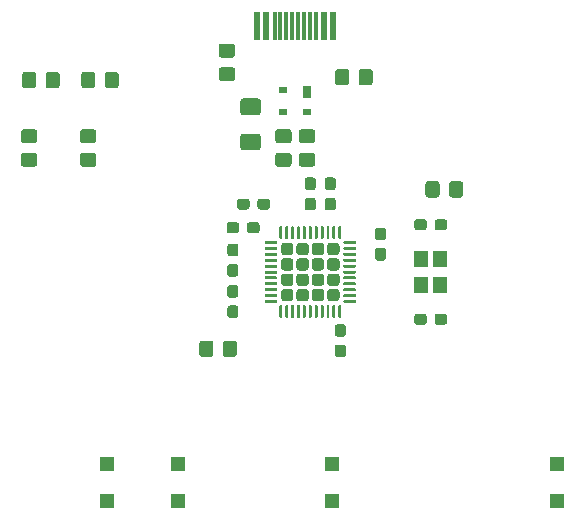
<source format=gbr>
%TF.GenerationSoftware,KiCad,Pcbnew,(5.1.9-1-g591a07d2d9)-1*%
%TF.CreationDate,2021-07-28T01:57:03-06:00*%
%TF.ProjectId,keyboard-layout,6b657962-6f61-4726-942d-6c61796f7574,rev?*%
%TF.SameCoordinates,Original*%
%TF.FileFunction,Paste,Bot*%
%TF.FilePolarity,Positive*%
%FSLAX46Y46*%
G04 Gerber Fmt 4.6, Leading zero omitted, Abs format (unit mm)*
G04 Created by KiCad (PCBNEW (5.1.9-1-g591a07d2d9)-1) date 2021-07-28 01:57:03*
%MOMM*%
%LPD*%
G01*
G04 APERTURE LIST*
%ADD10R,1.200000X1.200000*%
%ADD11R,0.700000X0.600000*%
%ADD12R,0.700000X1.000000*%
%ADD13R,0.300000X2.450000*%
%ADD14R,0.600000X2.450000*%
%ADD15R,1.200000X1.400000*%
G04 APERTURE END LIST*
D10*
%TO.C,D_3*%
X113375000Y-119025000D03*
X113375000Y-122175000D03*
%TD*%
%TO.C,C1*%
G36*
G01*
X123150000Y-98512500D02*
X123150000Y-98987500D01*
G75*
G02*
X122912500Y-99225000I-237500J0D01*
G01*
X122312500Y-99225000D01*
G75*
G02*
X122075000Y-98987500I0J237500D01*
G01*
X122075000Y-98512500D01*
G75*
G02*
X122312500Y-98275000I237500J0D01*
G01*
X122912500Y-98275000D01*
G75*
G02*
X123150000Y-98512500I0J-237500D01*
G01*
G37*
G36*
G01*
X121425000Y-98512500D02*
X121425000Y-98987500D01*
G75*
G02*
X121187500Y-99225000I-237500J0D01*
G01*
X120587500Y-99225000D01*
G75*
G02*
X120350000Y-98987500I0J237500D01*
G01*
X120350000Y-98512500D01*
G75*
G02*
X120587500Y-98275000I237500J0D01*
G01*
X121187500Y-98275000D01*
G75*
G02*
X121425000Y-98512500I0J-237500D01*
G01*
G37*
%TD*%
%TO.C,C2*%
G36*
G01*
X122075000Y-106987500D02*
X122075000Y-106512500D01*
G75*
G02*
X122312500Y-106275000I237500J0D01*
G01*
X122912500Y-106275000D01*
G75*
G02*
X123150000Y-106512500I0J-237500D01*
G01*
X123150000Y-106987500D01*
G75*
G02*
X122912500Y-107225000I-237500J0D01*
G01*
X122312500Y-107225000D01*
G75*
G02*
X122075000Y-106987500I0J237500D01*
G01*
G37*
G36*
G01*
X120350000Y-106987500D02*
X120350000Y-106512500D01*
G75*
G02*
X120587500Y-106275000I237500J0D01*
G01*
X121187500Y-106275000D01*
G75*
G02*
X121425000Y-106512500I0J-237500D01*
G01*
X121425000Y-106987500D01*
G75*
G02*
X121187500Y-107225000I-237500J0D01*
G01*
X120587500Y-107225000D01*
G75*
G02*
X120350000Y-106987500I0J237500D01*
G01*
G37*
%TD*%
%TO.C,C3*%
G36*
G01*
X106425000Y-96762500D02*
X106425000Y-97237500D01*
G75*
G02*
X106187500Y-97475000I-237500J0D01*
G01*
X105587500Y-97475000D01*
G75*
G02*
X105350000Y-97237500I0J237500D01*
G01*
X105350000Y-96762500D01*
G75*
G02*
X105587500Y-96525000I237500J0D01*
G01*
X106187500Y-96525000D01*
G75*
G02*
X106425000Y-96762500I0J-237500D01*
G01*
G37*
G36*
G01*
X108150000Y-96762500D02*
X108150000Y-97237500D01*
G75*
G02*
X107912500Y-97475000I-237500J0D01*
G01*
X107312500Y-97475000D01*
G75*
G02*
X107075000Y-97237500I0J237500D01*
G01*
X107075000Y-96762500D01*
G75*
G02*
X107312500Y-96525000I237500J0D01*
G01*
X107912500Y-96525000D01*
G75*
G02*
X108150000Y-96762500I0J-237500D01*
G01*
G37*
%TD*%
%TO.C,C4*%
G36*
G01*
X113487500Y-95812500D02*
X113012500Y-95812500D01*
G75*
G02*
X112775000Y-95575000I0J237500D01*
G01*
X112775000Y-94975000D01*
G75*
G02*
X113012500Y-94737500I237500J0D01*
G01*
X113487500Y-94737500D01*
G75*
G02*
X113725000Y-94975000I0J-237500D01*
G01*
X113725000Y-95575000D01*
G75*
G02*
X113487500Y-95812500I-237500J0D01*
G01*
G37*
G36*
G01*
X113487500Y-97537500D02*
X113012500Y-97537500D01*
G75*
G02*
X112775000Y-97300000I0J237500D01*
G01*
X112775000Y-96700000D01*
G75*
G02*
X113012500Y-96462500I237500J0D01*
G01*
X113487500Y-96462500D01*
G75*
G02*
X113725000Y-96700000I0J-237500D01*
G01*
X113725000Y-97300000D01*
G75*
G02*
X113487500Y-97537500I-237500J0D01*
G01*
G37*
%TD*%
%TO.C,C5*%
G36*
G01*
X113862500Y-107162500D02*
X114337500Y-107162500D01*
G75*
G02*
X114575000Y-107400000I0J-237500D01*
G01*
X114575000Y-108000000D01*
G75*
G02*
X114337500Y-108237500I-237500J0D01*
G01*
X113862500Y-108237500D01*
G75*
G02*
X113625000Y-108000000I0J237500D01*
G01*
X113625000Y-107400000D01*
G75*
G02*
X113862500Y-107162500I237500J0D01*
G01*
G37*
G36*
G01*
X113862500Y-108887500D02*
X114337500Y-108887500D01*
G75*
G02*
X114575000Y-109125000I0J-237500D01*
G01*
X114575000Y-109725000D01*
G75*
G02*
X114337500Y-109962500I-237500J0D01*
G01*
X113862500Y-109962500D01*
G75*
G02*
X113625000Y-109725000I0J237500D01*
G01*
X113625000Y-109125000D01*
G75*
G02*
X113862500Y-108887500I237500J0D01*
G01*
G37*
%TD*%
%TO.C,C6*%
G36*
G01*
X107262500Y-98762500D02*
X107262500Y-99237500D01*
G75*
G02*
X107025000Y-99475000I-237500J0D01*
G01*
X106425000Y-99475000D01*
G75*
G02*
X106187500Y-99237500I0J237500D01*
G01*
X106187500Y-98762500D01*
G75*
G02*
X106425000Y-98525000I237500J0D01*
G01*
X107025000Y-98525000D01*
G75*
G02*
X107262500Y-98762500I0J-237500D01*
G01*
G37*
G36*
G01*
X105537500Y-98762500D02*
X105537500Y-99237500D01*
G75*
G02*
X105300000Y-99475000I-237500J0D01*
G01*
X104700000Y-99475000D01*
G75*
G02*
X104462500Y-99237500I0J237500D01*
G01*
X104462500Y-98762500D01*
G75*
G02*
X104700000Y-98525000I237500J0D01*
G01*
X105300000Y-98525000D01*
G75*
G02*
X105537500Y-98762500I0J-237500D01*
G01*
G37*
%TD*%
%TO.C,C7*%
G36*
G01*
X117737500Y-101787500D02*
X117262500Y-101787500D01*
G75*
G02*
X117025000Y-101550000I0J237500D01*
G01*
X117025000Y-100950000D01*
G75*
G02*
X117262500Y-100712500I237500J0D01*
G01*
X117737500Y-100712500D01*
G75*
G02*
X117975000Y-100950000I0J-237500D01*
G01*
X117975000Y-101550000D01*
G75*
G02*
X117737500Y-101787500I-237500J0D01*
G01*
G37*
G36*
G01*
X117737500Y-100062500D02*
X117262500Y-100062500D01*
G75*
G02*
X117025000Y-99825000I0J237500D01*
G01*
X117025000Y-99225000D01*
G75*
G02*
X117262500Y-98987500I237500J0D01*
G01*
X117737500Y-98987500D01*
G75*
G02*
X117975000Y-99225000I0J-237500D01*
G01*
X117975000Y-99825000D01*
G75*
G02*
X117737500Y-100062500I-237500J0D01*
G01*
G37*
%TD*%
%TO.C,C8*%
G36*
G01*
X111792500Y-95812500D02*
X111317500Y-95812500D01*
G75*
G02*
X111080000Y-95575000I0J237500D01*
G01*
X111080000Y-94975000D01*
G75*
G02*
X111317500Y-94737500I237500J0D01*
G01*
X111792500Y-94737500D01*
G75*
G02*
X112030000Y-94975000I0J-237500D01*
G01*
X112030000Y-95575000D01*
G75*
G02*
X111792500Y-95812500I-237500J0D01*
G01*
G37*
G36*
G01*
X111792500Y-97537500D02*
X111317500Y-97537500D01*
G75*
G02*
X111080000Y-97300000I0J237500D01*
G01*
X111080000Y-96700000D01*
G75*
G02*
X111317500Y-96462500I237500J0D01*
G01*
X111792500Y-96462500D01*
G75*
G02*
X112030000Y-96700000I0J-237500D01*
G01*
X112030000Y-97300000D01*
G75*
G02*
X111792500Y-97537500I-237500J0D01*
G01*
G37*
%TD*%
%TO.C,CB1*%
G36*
G01*
X105237500Y-106650000D02*
X104762500Y-106650000D01*
G75*
G02*
X104525000Y-106412500I0J237500D01*
G01*
X104525000Y-105812500D01*
G75*
G02*
X104762500Y-105575000I237500J0D01*
G01*
X105237500Y-105575000D01*
G75*
G02*
X105475000Y-105812500I0J-237500D01*
G01*
X105475000Y-106412500D01*
G75*
G02*
X105237500Y-106650000I-237500J0D01*
G01*
G37*
G36*
G01*
X105237500Y-104925000D02*
X104762500Y-104925000D01*
G75*
G02*
X104525000Y-104687500I0J237500D01*
G01*
X104525000Y-104087500D01*
G75*
G02*
X104762500Y-103850000I237500J0D01*
G01*
X105237500Y-103850000D01*
G75*
G02*
X105475000Y-104087500I0J-237500D01*
G01*
X105475000Y-104687500D01*
G75*
G02*
X105237500Y-104925000I-237500J0D01*
G01*
G37*
%TD*%
%TO.C,CB2*%
G36*
G01*
X104762500Y-102075000D02*
X105237500Y-102075000D01*
G75*
G02*
X105475000Y-102312500I0J-237500D01*
G01*
X105475000Y-102912500D01*
G75*
G02*
X105237500Y-103150000I-237500J0D01*
G01*
X104762500Y-103150000D01*
G75*
G02*
X104525000Y-102912500I0J237500D01*
G01*
X104525000Y-102312500D01*
G75*
G02*
X104762500Y-102075000I237500J0D01*
G01*
G37*
G36*
G01*
X104762500Y-100350000D02*
X105237500Y-100350000D01*
G75*
G02*
X105475000Y-100587500I0J-237500D01*
G01*
X105475000Y-101187500D01*
G75*
G02*
X105237500Y-101425000I-237500J0D01*
G01*
X104762500Y-101425000D01*
G75*
G02*
X104525000Y-101187500I0J237500D01*
G01*
X104525000Y-100587500D01*
G75*
G02*
X104762500Y-100350000I237500J0D01*
G01*
G37*
%TD*%
%TO.C,D_2*%
X94337500Y-119025000D03*
X94337500Y-122175000D03*
%TD*%
%TO.C,D_4*%
X100337500Y-119025000D03*
X100337500Y-122175000D03*
%TD*%
%TO.C,F1*%
G36*
G01*
X107125000Y-92450000D02*
X105875000Y-92450000D01*
G75*
G02*
X105625000Y-92200000I0J250000D01*
G01*
X105625000Y-91275000D01*
G75*
G02*
X105875000Y-91025000I250000J0D01*
G01*
X107125000Y-91025000D01*
G75*
G02*
X107375000Y-91275000I0J-250000D01*
G01*
X107375000Y-92200000D01*
G75*
G02*
X107125000Y-92450000I-250000J0D01*
G01*
G37*
G36*
G01*
X107125000Y-89475000D02*
X105875000Y-89475000D01*
G75*
G02*
X105625000Y-89225000I0J250000D01*
G01*
X105625000Y-88300000D01*
G75*
G02*
X105875000Y-88050000I250000J0D01*
G01*
X107125000Y-88050000D01*
G75*
G02*
X107375000Y-88300000I0J-250000D01*
G01*
X107375000Y-89225000D01*
G75*
G02*
X107125000Y-89475000I-250000J0D01*
G01*
G37*
%TD*%
%TO.C,R1*%
G36*
G01*
X124500000Y-95299999D02*
X124500000Y-96200001D01*
G75*
G02*
X124250001Y-96450000I-249999J0D01*
G01*
X123549999Y-96450000D01*
G75*
G02*
X123300000Y-96200001I0J249999D01*
G01*
X123300000Y-95299999D01*
G75*
G02*
X123549999Y-95050000I249999J0D01*
G01*
X124250001Y-95050000D01*
G75*
G02*
X124500000Y-95299999I0J-249999D01*
G01*
G37*
G36*
G01*
X122500000Y-95299999D02*
X122500000Y-96200001D01*
G75*
G02*
X122250001Y-96450000I-249999J0D01*
G01*
X121549999Y-96450000D01*
G75*
G02*
X121300000Y-96200001I0J249999D01*
G01*
X121300000Y-95299999D01*
G75*
G02*
X121549999Y-95050000I249999J0D01*
G01*
X122250001Y-95050000D01*
G75*
G02*
X122500000Y-95299999I0J-249999D01*
G01*
G37*
%TD*%
%TO.C,R2*%
G36*
G01*
X104150000Y-109700001D02*
X104150000Y-108799999D01*
G75*
G02*
X104399999Y-108550000I249999J0D01*
G01*
X105100001Y-108550000D01*
G75*
G02*
X105350000Y-108799999I0J-249999D01*
G01*
X105350000Y-109700001D01*
G75*
G02*
X105100001Y-109950000I-249999J0D01*
G01*
X104399999Y-109950000D01*
G75*
G02*
X104150000Y-109700001I0J249999D01*
G01*
G37*
G36*
G01*
X102150000Y-109700001D02*
X102150000Y-108799999D01*
G75*
G02*
X102399999Y-108550000I249999J0D01*
G01*
X103100001Y-108550000D01*
G75*
G02*
X103350000Y-108799999I0J-249999D01*
G01*
X103350000Y-109700001D01*
G75*
G02*
X103100001Y-109950000I-249999J0D01*
G01*
X102399999Y-109950000D01*
G75*
G02*
X102150000Y-109700001I0J249999D01*
G01*
G37*
%TD*%
%TO.C,R3*%
G36*
G01*
X109730001Y-93850000D02*
X108829999Y-93850000D01*
G75*
G02*
X108580000Y-93600001I0J249999D01*
G01*
X108580000Y-92899999D01*
G75*
G02*
X108829999Y-92650000I249999J0D01*
G01*
X109730001Y-92650000D01*
G75*
G02*
X109980000Y-92899999I0J-249999D01*
G01*
X109980000Y-93600001D01*
G75*
G02*
X109730001Y-93850000I-249999J0D01*
G01*
G37*
G36*
G01*
X109730001Y-91850000D02*
X108829999Y-91850000D01*
G75*
G02*
X108580000Y-91600001I0J249999D01*
G01*
X108580000Y-90899999D01*
G75*
G02*
X108829999Y-90650000I249999J0D01*
G01*
X109730001Y-90650000D01*
G75*
G02*
X109980000Y-90899999I0J-249999D01*
G01*
X109980000Y-91600001D01*
G75*
G02*
X109730001Y-91850000I-249999J0D01*
G01*
G37*
%TD*%
%TO.C,R4*%
G36*
G01*
X111730001Y-93850000D02*
X110829999Y-93850000D01*
G75*
G02*
X110580000Y-93600001I0J249999D01*
G01*
X110580000Y-92899999D01*
G75*
G02*
X110829999Y-92650000I249999J0D01*
G01*
X111730001Y-92650000D01*
G75*
G02*
X111980000Y-92899999I0J-249999D01*
G01*
X111980000Y-93600001D01*
G75*
G02*
X111730001Y-93850000I-249999J0D01*
G01*
G37*
G36*
G01*
X111730001Y-91850000D02*
X110829999Y-91850000D01*
G75*
G02*
X110580000Y-91600001I0J249999D01*
G01*
X110580000Y-90899999D01*
G75*
G02*
X110829999Y-90650000I249999J0D01*
G01*
X111730001Y-90650000D01*
G75*
G02*
X111980000Y-90899999I0J-249999D01*
G01*
X111980000Y-91600001D01*
G75*
G02*
X111730001Y-91850000I-249999J0D01*
G01*
G37*
%TD*%
%TO.C,R5*%
G36*
G01*
X104049999Y-83400000D02*
X104950001Y-83400000D01*
G75*
G02*
X105200000Y-83649999I0J-249999D01*
G01*
X105200000Y-84350001D01*
G75*
G02*
X104950001Y-84600000I-249999J0D01*
G01*
X104049999Y-84600000D01*
G75*
G02*
X103800000Y-84350001I0J249999D01*
G01*
X103800000Y-83649999D01*
G75*
G02*
X104049999Y-83400000I249999J0D01*
G01*
G37*
G36*
G01*
X104049999Y-85400000D02*
X104950001Y-85400000D01*
G75*
G02*
X105200000Y-85649999I0J-249999D01*
G01*
X105200000Y-86350001D01*
G75*
G02*
X104950001Y-86600000I-249999J0D01*
G01*
X104049999Y-86600000D01*
G75*
G02*
X103800000Y-86350001I0J249999D01*
G01*
X103800000Y-85649999D01*
G75*
G02*
X104049999Y-85400000I249999J0D01*
G01*
G37*
%TD*%
%TO.C,R6*%
G36*
G01*
X114850000Y-85799999D02*
X114850000Y-86700001D01*
G75*
G02*
X114600001Y-86950000I-249999J0D01*
G01*
X113899999Y-86950000D01*
G75*
G02*
X113650000Y-86700001I0J249999D01*
G01*
X113650000Y-85799999D01*
G75*
G02*
X113899999Y-85550000I249999J0D01*
G01*
X114600001Y-85550000D01*
G75*
G02*
X114850000Y-85799999I0J-249999D01*
G01*
G37*
G36*
G01*
X116850000Y-85799999D02*
X116850000Y-86700001D01*
G75*
G02*
X116600001Y-86950000I-249999J0D01*
G01*
X115899999Y-86950000D01*
G75*
G02*
X115650000Y-86700001I0J249999D01*
G01*
X115650000Y-85799999D01*
G75*
G02*
X115899999Y-85550000I249999J0D01*
G01*
X116600001Y-85550000D01*
G75*
G02*
X116850000Y-85799999I0J-249999D01*
G01*
G37*
%TD*%
%TO.C,RA1*%
G36*
G01*
X93200001Y-91850000D02*
X92299999Y-91850000D01*
G75*
G02*
X92050000Y-91600001I0J249999D01*
G01*
X92050000Y-90899999D01*
G75*
G02*
X92299999Y-90650000I249999J0D01*
G01*
X93200001Y-90650000D01*
G75*
G02*
X93450000Y-90899999I0J-249999D01*
G01*
X93450000Y-91600001D01*
G75*
G02*
X93200001Y-91850000I-249999J0D01*
G01*
G37*
G36*
G01*
X93200001Y-93850000D02*
X92299999Y-93850000D01*
G75*
G02*
X92050000Y-93600001I0J249999D01*
G01*
X92050000Y-92899999D01*
G75*
G02*
X92299999Y-92650000I249999J0D01*
G01*
X93200001Y-92650000D01*
G75*
G02*
X93450000Y-92899999I0J-249999D01*
G01*
X93450000Y-93600001D01*
G75*
G02*
X93200001Y-93850000I-249999J0D01*
G01*
G37*
%TD*%
%TO.C,RA2*%
G36*
G01*
X94150000Y-86950001D02*
X94150000Y-86049999D01*
G75*
G02*
X94399999Y-85800000I249999J0D01*
G01*
X95100001Y-85800000D01*
G75*
G02*
X95350000Y-86049999I0J-249999D01*
G01*
X95350000Y-86950001D01*
G75*
G02*
X95100001Y-87200000I-249999J0D01*
G01*
X94399999Y-87200000D01*
G75*
G02*
X94150000Y-86950001I0J249999D01*
G01*
G37*
G36*
G01*
X92150000Y-86950001D02*
X92150000Y-86049999D01*
G75*
G02*
X92399999Y-85800000I249999J0D01*
G01*
X93100001Y-85800000D01*
G75*
G02*
X93350000Y-86049999I0J-249999D01*
G01*
X93350000Y-86950001D01*
G75*
G02*
X93100001Y-87200000I-249999J0D01*
G01*
X92399999Y-87200000D01*
G75*
G02*
X92150000Y-86950001I0J249999D01*
G01*
G37*
%TD*%
%TO.C,RB1*%
G36*
G01*
X88200001Y-93850000D02*
X87299999Y-93850000D01*
G75*
G02*
X87050000Y-93600001I0J249999D01*
G01*
X87050000Y-92899999D01*
G75*
G02*
X87299999Y-92650000I249999J0D01*
G01*
X88200001Y-92650000D01*
G75*
G02*
X88450000Y-92899999I0J-249999D01*
G01*
X88450000Y-93600001D01*
G75*
G02*
X88200001Y-93850000I-249999J0D01*
G01*
G37*
G36*
G01*
X88200001Y-91850000D02*
X87299999Y-91850000D01*
G75*
G02*
X87050000Y-91600001I0J249999D01*
G01*
X87050000Y-90899999D01*
G75*
G02*
X87299999Y-90650000I249999J0D01*
G01*
X88200001Y-90650000D01*
G75*
G02*
X88450000Y-90899999I0J-249999D01*
G01*
X88450000Y-91600001D01*
G75*
G02*
X88200001Y-91850000I-249999J0D01*
G01*
G37*
%TD*%
%TO.C,RB2*%
G36*
G01*
X89150000Y-86950001D02*
X89150000Y-86049999D01*
G75*
G02*
X89399999Y-85800000I249999J0D01*
G01*
X90100001Y-85800000D01*
G75*
G02*
X90350000Y-86049999I0J-249999D01*
G01*
X90350000Y-86950001D01*
G75*
G02*
X90100001Y-87200000I-249999J0D01*
G01*
X89399999Y-87200000D01*
G75*
G02*
X89150000Y-86950001I0J249999D01*
G01*
G37*
G36*
G01*
X87150000Y-86950001D02*
X87150000Y-86049999D01*
G75*
G02*
X87399999Y-85800000I249999J0D01*
G01*
X88100001Y-85800000D01*
G75*
G02*
X88350000Y-86049999I0J-249999D01*
G01*
X88350000Y-86950001D01*
G75*
G02*
X88100001Y-87200000I-249999J0D01*
G01*
X87399999Y-87200000D01*
G75*
G02*
X87150000Y-86950001I0J249999D01*
G01*
G37*
%TD*%
%TO.C,U1*%
G36*
G01*
X108992500Y-98875000D02*
X109117500Y-98875000D01*
G75*
G02*
X109180000Y-98937500I0J-62500D01*
G01*
X109180000Y-99887500D01*
G75*
G02*
X109117500Y-99950000I-62500J0D01*
G01*
X108992500Y-99950000D01*
G75*
G02*
X108930000Y-99887500I0J62500D01*
G01*
X108930000Y-98937500D01*
G75*
G02*
X108992500Y-98875000I62500J0D01*
G01*
G37*
G36*
G01*
X109492500Y-98875000D02*
X109617500Y-98875000D01*
G75*
G02*
X109680000Y-98937500I0J-62500D01*
G01*
X109680000Y-99887500D01*
G75*
G02*
X109617500Y-99950000I-62500J0D01*
G01*
X109492500Y-99950000D01*
G75*
G02*
X109430000Y-99887500I0J62500D01*
G01*
X109430000Y-98937500D01*
G75*
G02*
X109492500Y-98875000I62500J0D01*
G01*
G37*
G36*
G01*
X109992500Y-98875000D02*
X110117500Y-98875000D01*
G75*
G02*
X110180000Y-98937500I0J-62500D01*
G01*
X110180000Y-99887500D01*
G75*
G02*
X110117500Y-99950000I-62500J0D01*
G01*
X109992500Y-99950000D01*
G75*
G02*
X109930000Y-99887500I0J62500D01*
G01*
X109930000Y-98937500D01*
G75*
G02*
X109992500Y-98875000I62500J0D01*
G01*
G37*
G36*
G01*
X110492500Y-98875000D02*
X110617500Y-98875000D01*
G75*
G02*
X110680000Y-98937500I0J-62500D01*
G01*
X110680000Y-99887500D01*
G75*
G02*
X110617500Y-99950000I-62500J0D01*
G01*
X110492500Y-99950000D01*
G75*
G02*
X110430000Y-99887500I0J62500D01*
G01*
X110430000Y-98937500D01*
G75*
G02*
X110492500Y-98875000I62500J0D01*
G01*
G37*
G36*
G01*
X110992500Y-98875000D02*
X111117500Y-98875000D01*
G75*
G02*
X111180000Y-98937500I0J-62500D01*
G01*
X111180000Y-99887500D01*
G75*
G02*
X111117500Y-99950000I-62500J0D01*
G01*
X110992500Y-99950000D01*
G75*
G02*
X110930000Y-99887500I0J62500D01*
G01*
X110930000Y-98937500D01*
G75*
G02*
X110992500Y-98875000I62500J0D01*
G01*
G37*
G36*
G01*
X111492500Y-98875000D02*
X111617500Y-98875000D01*
G75*
G02*
X111680000Y-98937500I0J-62500D01*
G01*
X111680000Y-99887500D01*
G75*
G02*
X111617500Y-99950000I-62500J0D01*
G01*
X111492500Y-99950000D01*
G75*
G02*
X111430000Y-99887500I0J62500D01*
G01*
X111430000Y-98937500D01*
G75*
G02*
X111492500Y-98875000I62500J0D01*
G01*
G37*
G36*
G01*
X111992500Y-98875000D02*
X112117500Y-98875000D01*
G75*
G02*
X112180000Y-98937500I0J-62500D01*
G01*
X112180000Y-99887500D01*
G75*
G02*
X112117500Y-99950000I-62500J0D01*
G01*
X111992500Y-99950000D01*
G75*
G02*
X111930000Y-99887500I0J62500D01*
G01*
X111930000Y-98937500D01*
G75*
G02*
X111992500Y-98875000I62500J0D01*
G01*
G37*
G36*
G01*
X112492500Y-98875000D02*
X112617500Y-98875000D01*
G75*
G02*
X112680000Y-98937500I0J-62500D01*
G01*
X112680000Y-99887500D01*
G75*
G02*
X112617500Y-99950000I-62500J0D01*
G01*
X112492500Y-99950000D01*
G75*
G02*
X112430000Y-99887500I0J62500D01*
G01*
X112430000Y-98937500D01*
G75*
G02*
X112492500Y-98875000I62500J0D01*
G01*
G37*
G36*
G01*
X112992500Y-98875000D02*
X113117500Y-98875000D01*
G75*
G02*
X113180000Y-98937500I0J-62500D01*
G01*
X113180000Y-99887500D01*
G75*
G02*
X113117500Y-99950000I-62500J0D01*
G01*
X112992500Y-99950000D01*
G75*
G02*
X112930000Y-99887500I0J62500D01*
G01*
X112930000Y-98937500D01*
G75*
G02*
X112992500Y-98875000I62500J0D01*
G01*
G37*
G36*
G01*
X113492500Y-98875000D02*
X113617500Y-98875000D01*
G75*
G02*
X113680000Y-98937500I0J-62500D01*
G01*
X113680000Y-99887500D01*
G75*
G02*
X113617500Y-99950000I-62500J0D01*
G01*
X113492500Y-99950000D01*
G75*
G02*
X113430000Y-99887500I0J62500D01*
G01*
X113430000Y-98937500D01*
G75*
G02*
X113492500Y-98875000I62500J0D01*
G01*
G37*
G36*
G01*
X113992500Y-98875000D02*
X114117500Y-98875000D01*
G75*
G02*
X114180000Y-98937500I0J-62500D01*
G01*
X114180000Y-99887500D01*
G75*
G02*
X114117500Y-99950000I-62500J0D01*
G01*
X113992500Y-99950000D01*
G75*
G02*
X113930000Y-99887500I0J62500D01*
G01*
X113930000Y-98937500D01*
G75*
G02*
X113992500Y-98875000I62500J0D01*
G01*
G37*
G36*
G01*
X114417500Y-100125000D02*
X115367500Y-100125000D01*
G75*
G02*
X115430000Y-100187500I0J-62500D01*
G01*
X115430000Y-100312500D01*
G75*
G02*
X115367500Y-100375000I-62500J0D01*
G01*
X114417500Y-100375000D01*
G75*
G02*
X114355000Y-100312500I0J62500D01*
G01*
X114355000Y-100187500D01*
G75*
G02*
X114417500Y-100125000I62500J0D01*
G01*
G37*
G36*
G01*
X114417500Y-100625000D02*
X115367500Y-100625000D01*
G75*
G02*
X115430000Y-100687500I0J-62500D01*
G01*
X115430000Y-100812500D01*
G75*
G02*
X115367500Y-100875000I-62500J0D01*
G01*
X114417500Y-100875000D01*
G75*
G02*
X114355000Y-100812500I0J62500D01*
G01*
X114355000Y-100687500D01*
G75*
G02*
X114417500Y-100625000I62500J0D01*
G01*
G37*
G36*
G01*
X114417500Y-101125000D02*
X115367500Y-101125000D01*
G75*
G02*
X115430000Y-101187500I0J-62500D01*
G01*
X115430000Y-101312500D01*
G75*
G02*
X115367500Y-101375000I-62500J0D01*
G01*
X114417500Y-101375000D01*
G75*
G02*
X114355000Y-101312500I0J62500D01*
G01*
X114355000Y-101187500D01*
G75*
G02*
X114417500Y-101125000I62500J0D01*
G01*
G37*
G36*
G01*
X114417500Y-101625000D02*
X115367500Y-101625000D01*
G75*
G02*
X115430000Y-101687500I0J-62500D01*
G01*
X115430000Y-101812500D01*
G75*
G02*
X115367500Y-101875000I-62500J0D01*
G01*
X114417500Y-101875000D01*
G75*
G02*
X114355000Y-101812500I0J62500D01*
G01*
X114355000Y-101687500D01*
G75*
G02*
X114417500Y-101625000I62500J0D01*
G01*
G37*
G36*
G01*
X114417500Y-102125000D02*
X115367500Y-102125000D01*
G75*
G02*
X115430000Y-102187500I0J-62500D01*
G01*
X115430000Y-102312500D01*
G75*
G02*
X115367500Y-102375000I-62500J0D01*
G01*
X114417500Y-102375000D01*
G75*
G02*
X114355000Y-102312500I0J62500D01*
G01*
X114355000Y-102187500D01*
G75*
G02*
X114417500Y-102125000I62500J0D01*
G01*
G37*
G36*
G01*
X114417500Y-102625000D02*
X115367500Y-102625000D01*
G75*
G02*
X115430000Y-102687500I0J-62500D01*
G01*
X115430000Y-102812500D01*
G75*
G02*
X115367500Y-102875000I-62500J0D01*
G01*
X114417500Y-102875000D01*
G75*
G02*
X114355000Y-102812500I0J62500D01*
G01*
X114355000Y-102687500D01*
G75*
G02*
X114417500Y-102625000I62500J0D01*
G01*
G37*
G36*
G01*
X114417500Y-103125000D02*
X115367500Y-103125000D01*
G75*
G02*
X115430000Y-103187500I0J-62500D01*
G01*
X115430000Y-103312500D01*
G75*
G02*
X115367500Y-103375000I-62500J0D01*
G01*
X114417500Y-103375000D01*
G75*
G02*
X114355000Y-103312500I0J62500D01*
G01*
X114355000Y-103187500D01*
G75*
G02*
X114417500Y-103125000I62500J0D01*
G01*
G37*
G36*
G01*
X114417500Y-103625000D02*
X115367500Y-103625000D01*
G75*
G02*
X115430000Y-103687500I0J-62500D01*
G01*
X115430000Y-103812500D01*
G75*
G02*
X115367500Y-103875000I-62500J0D01*
G01*
X114417500Y-103875000D01*
G75*
G02*
X114355000Y-103812500I0J62500D01*
G01*
X114355000Y-103687500D01*
G75*
G02*
X114417500Y-103625000I62500J0D01*
G01*
G37*
G36*
G01*
X114417500Y-104125000D02*
X115367500Y-104125000D01*
G75*
G02*
X115430000Y-104187500I0J-62500D01*
G01*
X115430000Y-104312500D01*
G75*
G02*
X115367500Y-104375000I-62500J0D01*
G01*
X114417500Y-104375000D01*
G75*
G02*
X114355000Y-104312500I0J62500D01*
G01*
X114355000Y-104187500D01*
G75*
G02*
X114417500Y-104125000I62500J0D01*
G01*
G37*
G36*
G01*
X114417500Y-104625000D02*
X115367500Y-104625000D01*
G75*
G02*
X115430000Y-104687500I0J-62500D01*
G01*
X115430000Y-104812500D01*
G75*
G02*
X115367500Y-104875000I-62500J0D01*
G01*
X114417500Y-104875000D01*
G75*
G02*
X114355000Y-104812500I0J62500D01*
G01*
X114355000Y-104687500D01*
G75*
G02*
X114417500Y-104625000I62500J0D01*
G01*
G37*
G36*
G01*
X114417500Y-105125000D02*
X115367500Y-105125000D01*
G75*
G02*
X115430000Y-105187500I0J-62500D01*
G01*
X115430000Y-105312500D01*
G75*
G02*
X115367500Y-105375000I-62500J0D01*
G01*
X114417500Y-105375000D01*
G75*
G02*
X114355000Y-105312500I0J62500D01*
G01*
X114355000Y-105187500D01*
G75*
G02*
X114417500Y-105125000I62500J0D01*
G01*
G37*
G36*
G01*
X113992500Y-105550000D02*
X114117500Y-105550000D01*
G75*
G02*
X114180000Y-105612500I0J-62500D01*
G01*
X114180000Y-106562500D01*
G75*
G02*
X114117500Y-106625000I-62500J0D01*
G01*
X113992500Y-106625000D01*
G75*
G02*
X113930000Y-106562500I0J62500D01*
G01*
X113930000Y-105612500D01*
G75*
G02*
X113992500Y-105550000I62500J0D01*
G01*
G37*
G36*
G01*
X113492500Y-105550000D02*
X113617500Y-105550000D01*
G75*
G02*
X113680000Y-105612500I0J-62500D01*
G01*
X113680000Y-106562500D01*
G75*
G02*
X113617500Y-106625000I-62500J0D01*
G01*
X113492500Y-106625000D01*
G75*
G02*
X113430000Y-106562500I0J62500D01*
G01*
X113430000Y-105612500D01*
G75*
G02*
X113492500Y-105550000I62500J0D01*
G01*
G37*
G36*
G01*
X112992500Y-105550000D02*
X113117500Y-105550000D01*
G75*
G02*
X113180000Y-105612500I0J-62500D01*
G01*
X113180000Y-106562500D01*
G75*
G02*
X113117500Y-106625000I-62500J0D01*
G01*
X112992500Y-106625000D01*
G75*
G02*
X112930000Y-106562500I0J62500D01*
G01*
X112930000Y-105612500D01*
G75*
G02*
X112992500Y-105550000I62500J0D01*
G01*
G37*
G36*
G01*
X112492500Y-105550000D02*
X112617500Y-105550000D01*
G75*
G02*
X112680000Y-105612500I0J-62500D01*
G01*
X112680000Y-106562500D01*
G75*
G02*
X112617500Y-106625000I-62500J0D01*
G01*
X112492500Y-106625000D01*
G75*
G02*
X112430000Y-106562500I0J62500D01*
G01*
X112430000Y-105612500D01*
G75*
G02*
X112492500Y-105550000I62500J0D01*
G01*
G37*
G36*
G01*
X111992500Y-105550000D02*
X112117500Y-105550000D01*
G75*
G02*
X112180000Y-105612500I0J-62500D01*
G01*
X112180000Y-106562500D01*
G75*
G02*
X112117500Y-106625000I-62500J0D01*
G01*
X111992500Y-106625000D01*
G75*
G02*
X111930000Y-106562500I0J62500D01*
G01*
X111930000Y-105612500D01*
G75*
G02*
X111992500Y-105550000I62500J0D01*
G01*
G37*
G36*
G01*
X111492500Y-105550000D02*
X111617500Y-105550000D01*
G75*
G02*
X111680000Y-105612500I0J-62500D01*
G01*
X111680000Y-106562500D01*
G75*
G02*
X111617500Y-106625000I-62500J0D01*
G01*
X111492500Y-106625000D01*
G75*
G02*
X111430000Y-106562500I0J62500D01*
G01*
X111430000Y-105612500D01*
G75*
G02*
X111492500Y-105550000I62500J0D01*
G01*
G37*
G36*
G01*
X110992500Y-105550000D02*
X111117500Y-105550000D01*
G75*
G02*
X111180000Y-105612500I0J-62500D01*
G01*
X111180000Y-106562500D01*
G75*
G02*
X111117500Y-106625000I-62500J0D01*
G01*
X110992500Y-106625000D01*
G75*
G02*
X110930000Y-106562500I0J62500D01*
G01*
X110930000Y-105612500D01*
G75*
G02*
X110992500Y-105550000I62500J0D01*
G01*
G37*
G36*
G01*
X110492500Y-105550000D02*
X110617500Y-105550000D01*
G75*
G02*
X110680000Y-105612500I0J-62500D01*
G01*
X110680000Y-106562500D01*
G75*
G02*
X110617500Y-106625000I-62500J0D01*
G01*
X110492500Y-106625000D01*
G75*
G02*
X110430000Y-106562500I0J62500D01*
G01*
X110430000Y-105612500D01*
G75*
G02*
X110492500Y-105550000I62500J0D01*
G01*
G37*
G36*
G01*
X109992500Y-105550000D02*
X110117500Y-105550000D01*
G75*
G02*
X110180000Y-105612500I0J-62500D01*
G01*
X110180000Y-106562500D01*
G75*
G02*
X110117500Y-106625000I-62500J0D01*
G01*
X109992500Y-106625000D01*
G75*
G02*
X109930000Y-106562500I0J62500D01*
G01*
X109930000Y-105612500D01*
G75*
G02*
X109992500Y-105550000I62500J0D01*
G01*
G37*
G36*
G01*
X109492500Y-105550000D02*
X109617500Y-105550000D01*
G75*
G02*
X109680000Y-105612500I0J-62500D01*
G01*
X109680000Y-106562500D01*
G75*
G02*
X109617500Y-106625000I-62500J0D01*
G01*
X109492500Y-106625000D01*
G75*
G02*
X109430000Y-106562500I0J62500D01*
G01*
X109430000Y-105612500D01*
G75*
G02*
X109492500Y-105550000I62500J0D01*
G01*
G37*
G36*
G01*
X108992500Y-105550000D02*
X109117500Y-105550000D01*
G75*
G02*
X109180000Y-105612500I0J-62500D01*
G01*
X109180000Y-106562500D01*
G75*
G02*
X109117500Y-106625000I-62500J0D01*
G01*
X108992500Y-106625000D01*
G75*
G02*
X108930000Y-106562500I0J62500D01*
G01*
X108930000Y-105612500D01*
G75*
G02*
X108992500Y-105550000I62500J0D01*
G01*
G37*
G36*
G01*
X107742500Y-105125000D02*
X108692500Y-105125000D01*
G75*
G02*
X108755000Y-105187500I0J-62500D01*
G01*
X108755000Y-105312500D01*
G75*
G02*
X108692500Y-105375000I-62500J0D01*
G01*
X107742500Y-105375000D01*
G75*
G02*
X107680000Y-105312500I0J62500D01*
G01*
X107680000Y-105187500D01*
G75*
G02*
X107742500Y-105125000I62500J0D01*
G01*
G37*
G36*
G01*
X107742500Y-104625000D02*
X108692500Y-104625000D01*
G75*
G02*
X108755000Y-104687500I0J-62500D01*
G01*
X108755000Y-104812500D01*
G75*
G02*
X108692500Y-104875000I-62500J0D01*
G01*
X107742500Y-104875000D01*
G75*
G02*
X107680000Y-104812500I0J62500D01*
G01*
X107680000Y-104687500D01*
G75*
G02*
X107742500Y-104625000I62500J0D01*
G01*
G37*
G36*
G01*
X107742500Y-104125000D02*
X108692500Y-104125000D01*
G75*
G02*
X108755000Y-104187500I0J-62500D01*
G01*
X108755000Y-104312500D01*
G75*
G02*
X108692500Y-104375000I-62500J0D01*
G01*
X107742500Y-104375000D01*
G75*
G02*
X107680000Y-104312500I0J62500D01*
G01*
X107680000Y-104187500D01*
G75*
G02*
X107742500Y-104125000I62500J0D01*
G01*
G37*
G36*
G01*
X107742500Y-103625000D02*
X108692500Y-103625000D01*
G75*
G02*
X108755000Y-103687500I0J-62500D01*
G01*
X108755000Y-103812500D01*
G75*
G02*
X108692500Y-103875000I-62500J0D01*
G01*
X107742500Y-103875000D01*
G75*
G02*
X107680000Y-103812500I0J62500D01*
G01*
X107680000Y-103687500D01*
G75*
G02*
X107742500Y-103625000I62500J0D01*
G01*
G37*
G36*
G01*
X107742500Y-103125000D02*
X108692500Y-103125000D01*
G75*
G02*
X108755000Y-103187500I0J-62500D01*
G01*
X108755000Y-103312500D01*
G75*
G02*
X108692500Y-103375000I-62500J0D01*
G01*
X107742500Y-103375000D01*
G75*
G02*
X107680000Y-103312500I0J62500D01*
G01*
X107680000Y-103187500D01*
G75*
G02*
X107742500Y-103125000I62500J0D01*
G01*
G37*
G36*
G01*
X107742500Y-102625000D02*
X108692500Y-102625000D01*
G75*
G02*
X108755000Y-102687500I0J-62500D01*
G01*
X108755000Y-102812500D01*
G75*
G02*
X108692500Y-102875000I-62500J0D01*
G01*
X107742500Y-102875000D01*
G75*
G02*
X107680000Y-102812500I0J62500D01*
G01*
X107680000Y-102687500D01*
G75*
G02*
X107742500Y-102625000I62500J0D01*
G01*
G37*
G36*
G01*
X107742500Y-102125000D02*
X108692500Y-102125000D01*
G75*
G02*
X108755000Y-102187500I0J-62500D01*
G01*
X108755000Y-102312500D01*
G75*
G02*
X108692500Y-102375000I-62500J0D01*
G01*
X107742500Y-102375000D01*
G75*
G02*
X107680000Y-102312500I0J62500D01*
G01*
X107680000Y-102187500D01*
G75*
G02*
X107742500Y-102125000I62500J0D01*
G01*
G37*
G36*
G01*
X107742500Y-101625000D02*
X108692500Y-101625000D01*
G75*
G02*
X108755000Y-101687500I0J-62500D01*
G01*
X108755000Y-101812500D01*
G75*
G02*
X108692500Y-101875000I-62500J0D01*
G01*
X107742500Y-101875000D01*
G75*
G02*
X107680000Y-101812500I0J62500D01*
G01*
X107680000Y-101687500D01*
G75*
G02*
X107742500Y-101625000I62500J0D01*
G01*
G37*
G36*
G01*
X107742500Y-101125000D02*
X108692500Y-101125000D01*
G75*
G02*
X108755000Y-101187500I0J-62500D01*
G01*
X108755000Y-101312500D01*
G75*
G02*
X108692500Y-101375000I-62500J0D01*
G01*
X107742500Y-101375000D01*
G75*
G02*
X107680000Y-101312500I0J62500D01*
G01*
X107680000Y-101187500D01*
G75*
G02*
X107742500Y-101125000I62500J0D01*
G01*
G37*
G36*
G01*
X107742500Y-100625000D02*
X108692500Y-100625000D01*
G75*
G02*
X108755000Y-100687500I0J-62500D01*
G01*
X108755000Y-100812500D01*
G75*
G02*
X108692500Y-100875000I-62500J0D01*
G01*
X107742500Y-100875000D01*
G75*
G02*
X107680000Y-100812500I0J62500D01*
G01*
X107680000Y-100687500D01*
G75*
G02*
X107742500Y-100625000I62500J0D01*
G01*
G37*
G36*
G01*
X107742500Y-100125000D02*
X108692500Y-100125000D01*
G75*
G02*
X108755000Y-100187500I0J-62500D01*
G01*
X108755000Y-100312500D01*
G75*
G02*
X108692500Y-100375000I-62500J0D01*
G01*
X107742500Y-100375000D01*
G75*
G02*
X107680000Y-100312500I0J62500D01*
G01*
X107680000Y-100187500D01*
G75*
G02*
X107742500Y-100125000I62500J0D01*
G01*
G37*
G36*
G01*
X109329999Y-100275000D02*
X109880001Y-100275000D01*
G75*
G02*
X110130000Y-100524999I0J-249999D01*
G01*
X110130000Y-101075001D01*
G75*
G02*
X109880001Y-101325000I-249999J0D01*
G01*
X109329999Y-101325000D01*
G75*
G02*
X109080000Y-101075001I0J249999D01*
G01*
X109080000Y-100524999D01*
G75*
G02*
X109329999Y-100275000I249999J0D01*
G01*
G37*
G36*
G01*
X110629999Y-100275000D02*
X111180001Y-100275000D01*
G75*
G02*
X111430000Y-100524999I0J-249999D01*
G01*
X111430000Y-101075001D01*
G75*
G02*
X111180001Y-101325000I-249999J0D01*
G01*
X110629999Y-101325000D01*
G75*
G02*
X110380000Y-101075001I0J249999D01*
G01*
X110380000Y-100524999D01*
G75*
G02*
X110629999Y-100275000I249999J0D01*
G01*
G37*
G36*
G01*
X111929999Y-100275000D02*
X112480001Y-100275000D01*
G75*
G02*
X112730000Y-100524999I0J-249999D01*
G01*
X112730000Y-101075001D01*
G75*
G02*
X112480001Y-101325000I-249999J0D01*
G01*
X111929999Y-101325000D01*
G75*
G02*
X111680000Y-101075001I0J249999D01*
G01*
X111680000Y-100524999D01*
G75*
G02*
X111929999Y-100275000I249999J0D01*
G01*
G37*
G36*
G01*
X113229999Y-100275000D02*
X113780001Y-100275000D01*
G75*
G02*
X114030000Y-100524999I0J-249999D01*
G01*
X114030000Y-101075001D01*
G75*
G02*
X113780001Y-101325000I-249999J0D01*
G01*
X113229999Y-101325000D01*
G75*
G02*
X112980000Y-101075001I0J249999D01*
G01*
X112980000Y-100524999D01*
G75*
G02*
X113229999Y-100275000I249999J0D01*
G01*
G37*
G36*
G01*
X109329999Y-101575000D02*
X109880001Y-101575000D01*
G75*
G02*
X110130000Y-101824999I0J-249999D01*
G01*
X110130000Y-102375001D01*
G75*
G02*
X109880001Y-102625000I-249999J0D01*
G01*
X109329999Y-102625000D01*
G75*
G02*
X109080000Y-102375001I0J249999D01*
G01*
X109080000Y-101824999D01*
G75*
G02*
X109329999Y-101575000I249999J0D01*
G01*
G37*
G36*
G01*
X110629999Y-101575000D02*
X111180001Y-101575000D01*
G75*
G02*
X111430000Y-101824999I0J-249999D01*
G01*
X111430000Y-102375001D01*
G75*
G02*
X111180001Y-102625000I-249999J0D01*
G01*
X110629999Y-102625000D01*
G75*
G02*
X110380000Y-102375001I0J249999D01*
G01*
X110380000Y-101824999D01*
G75*
G02*
X110629999Y-101575000I249999J0D01*
G01*
G37*
G36*
G01*
X111929999Y-101575000D02*
X112480001Y-101575000D01*
G75*
G02*
X112730000Y-101824999I0J-249999D01*
G01*
X112730000Y-102375001D01*
G75*
G02*
X112480001Y-102625000I-249999J0D01*
G01*
X111929999Y-102625000D01*
G75*
G02*
X111680000Y-102375001I0J249999D01*
G01*
X111680000Y-101824999D01*
G75*
G02*
X111929999Y-101575000I249999J0D01*
G01*
G37*
G36*
G01*
X113229999Y-101575000D02*
X113780001Y-101575000D01*
G75*
G02*
X114030000Y-101824999I0J-249999D01*
G01*
X114030000Y-102375001D01*
G75*
G02*
X113780001Y-102625000I-249999J0D01*
G01*
X113229999Y-102625000D01*
G75*
G02*
X112980000Y-102375001I0J249999D01*
G01*
X112980000Y-101824999D01*
G75*
G02*
X113229999Y-101575000I249999J0D01*
G01*
G37*
G36*
G01*
X109329999Y-102875000D02*
X109880001Y-102875000D01*
G75*
G02*
X110130000Y-103124999I0J-249999D01*
G01*
X110130000Y-103675001D01*
G75*
G02*
X109880001Y-103925000I-249999J0D01*
G01*
X109329999Y-103925000D01*
G75*
G02*
X109080000Y-103675001I0J249999D01*
G01*
X109080000Y-103124999D01*
G75*
G02*
X109329999Y-102875000I249999J0D01*
G01*
G37*
G36*
G01*
X110629999Y-102875000D02*
X111180001Y-102875000D01*
G75*
G02*
X111430000Y-103124999I0J-249999D01*
G01*
X111430000Y-103675001D01*
G75*
G02*
X111180001Y-103925000I-249999J0D01*
G01*
X110629999Y-103925000D01*
G75*
G02*
X110380000Y-103675001I0J249999D01*
G01*
X110380000Y-103124999D01*
G75*
G02*
X110629999Y-102875000I249999J0D01*
G01*
G37*
G36*
G01*
X111929999Y-102875000D02*
X112480001Y-102875000D01*
G75*
G02*
X112730000Y-103124999I0J-249999D01*
G01*
X112730000Y-103675001D01*
G75*
G02*
X112480001Y-103925000I-249999J0D01*
G01*
X111929999Y-103925000D01*
G75*
G02*
X111680000Y-103675001I0J249999D01*
G01*
X111680000Y-103124999D01*
G75*
G02*
X111929999Y-102875000I249999J0D01*
G01*
G37*
G36*
G01*
X113229999Y-102875000D02*
X113780001Y-102875000D01*
G75*
G02*
X114030000Y-103124999I0J-249999D01*
G01*
X114030000Y-103675001D01*
G75*
G02*
X113780001Y-103925000I-249999J0D01*
G01*
X113229999Y-103925000D01*
G75*
G02*
X112980000Y-103675001I0J249999D01*
G01*
X112980000Y-103124999D01*
G75*
G02*
X113229999Y-102875000I249999J0D01*
G01*
G37*
G36*
G01*
X109329999Y-104175000D02*
X109880001Y-104175000D01*
G75*
G02*
X110130000Y-104424999I0J-249999D01*
G01*
X110130000Y-104975001D01*
G75*
G02*
X109880001Y-105225000I-249999J0D01*
G01*
X109329999Y-105225000D01*
G75*
G02*
X109080000Y-104975001I0J249999D01*
G01*
X109080000Y-104424999D01*
G75*
G02*
X109329999Y-104175000I249999J0D01*
G01*
G37*
G36*
G01*
X110629999Y-104175000D02*
X111180001Y-104175000D01*
G75*
G02*
X111430000Y-104424999I0J-249999D01*
G01*
X111430000Y-104975001D01*
G75*
G02*
X111180001Y-105225000I-249999J0D01*
G01*
X110629999Y-105225000D01*
G75*
G02*
X110380000Y-104975001I0J249999D01*
G01*
X110380000Y-104424999D01*
G75*
G02*
X110629999Y-104175000I249999J0D01*
G01*
G37*
G36*
G01*
X111929999Y-104175000D02*
X112480001Y-104175000D01*
G75*
G02*
X112730000Y-104424999I0J-249999D01*
G01*
X112730000Y-104975001D01*
G75*
G02*
X112480001Y-105225000I-249999J0D01*
G01*
X111929999Y-105225000D01*
G75*
G02*
X111680000Y-104975001I0J249999D01*
G01*
X111680000Y-104424999D01*
G75*
G02*
X111929999Y-104175000I249999J0D01*
G01*
G37*
G36*
G01*
X113229999Y-104175000D02*
X113780001Y-104175000D01*
G75*
G02*
X114030000Y-104424999I0J-249999D01*
G01*
X114030000Y-104975001D01*
G75*
G02*
X113780001Y-105225000I-249999J0D01*
G01*
X113229999Y-105225000D01*
G75*
G02*
X112980000Y-104975001I0J249999D01*
G01*
X112980000Y-104424999D01*
G75*
G02*
X113229999Y-104175000I249999J0D01*
G01*
G37*
%TD*%
D11*
%TO.C,U2*%
X109280000Y-89200000D03*
X111280000Y-89200000D03*
X109280000Y-87300000D03*
D12*
X111280000Y-87500000D03*
%TD*%
D13*
%TO.C,USB1*%
X110030000Y-81945000D03*
X110530000Y-81945000D03*
X111030000Y-81945000D03*
X109530000Y-81945000D03*
X111530000Y-81945000D03*
X109030000Y-81945000D03*
X112030000Y-81945000D03*
X108530000Y-81945000D03*
D14*
X107830000Y-81945000D03*
X112730000Y-81945000D03*
X107055000Y-81945000D03*
X113505000Y-81945000D03*
%TD*%
D15*
%TO.C,X1*%
X122550000Y-101650000D03*
X122550000Y-103850000D03*
X120950000Y-101650000D03*
X120950000Y-103850000D03*
%TD*%
D10*
%TO.C,D_1*%
X132425000Y-119025000D03*
X132425000Y-122175000D03*
%TD*%
M02*

</source>
